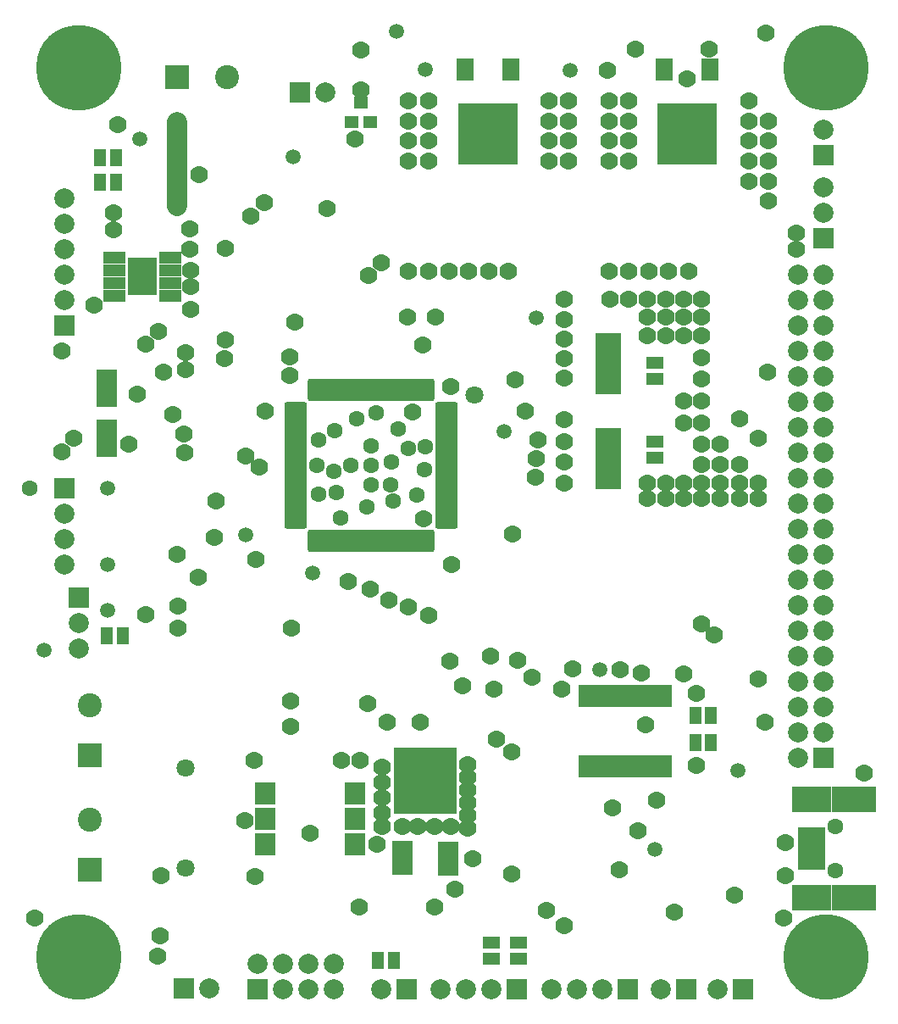
<source format=gts>
%FSLAX24Y24*%
%MOIN*%
G70*
G01*
G75*
G04 Layer_Color=8388736*
%ADD10C,0.0787*%
%ADD11R,0.0512X0.0709*%
%ADD12R,0.0709X0.0512*%
%ADD13R,0.0709X0.0866*%
%ADD14R,0.2362X0.2441*%
%ADD15R,0.0827X0.1457*%
%ADD16R,0.1146X0.1496*%
%ADD17R,0.0886X0.0453*%
%ADD18R,0.1575X0.1004*%
%ADD19R,0.1772X0.1004*%
%ADD20R,0.1083X0.0394*%
%ADD21R,0.0335X0.0886*%
%ADD22R,0.0551X0.0512*%
%ADD23R,0.0795X0.0898*%
%ADD24R,0.1024X0.2402*%
%ADD25R,0.2480X0.2638*%
%ADD26R,0.0827X0.1378*%
%ADD27O,0.0295X0.0906*%
%ADD28O,0.0906X0.0295*%
%ADD29C,0.0591*%
%ADD30R,0.0787X0.0787*%
%ADD31C,0.0787*%
%ADD32R,0.0787X0.0787*%
%ADD33C,0.0945*%
%ADD34R,0.0945X0.0945*%
%ADD35R,0.0945X0.0945*%
%ADD36C,0.0709*%
%ADD37C,0.3346*%
%ADD38C,0.0630*%
%ADD39C,0.0697*%
D10*
X26328Y65308D02*
X26331Y62001D01*
D11*
X46709Y41980D02*
D03*
X47339D02*
D03*
X24200Y45100D02*
D03*
X23570D02*
D03*
X34850Y32350D02*
D03*
X34220D02*
D03*
X23907Y63910D02*
D03*
X23277D02*
D03*
X23907Y62960D02*
D03*
X23277D02*
D03*
X46709Y40909D02*
D03*
X47339D02*
D03*
D12*
X45110Y52100D02*
D03*
Y52730D02*
D03*
Y55850D02*
D03*
Y55220D02*
D03*
X39750Y32400D02*
D03*
Y33030D02*
D03*
X38700Y32400D02*
D03*
Y33030D02*
D03*
D13*
X37650Y67371D02*
D03*
X39450D02*
D03*
X45478D02*
D03*
X47278D02*
D03*
D14*
X38550Y64829D02*
D03*
X46378D02*
D03*
D15*
X23550Y54850D02*
D03*
Y52881D02*
D03*
D16*
X24950Y59250D02*
D03*
D17*
X23840Y58480D02*
D03*
Y58980D02*
D03*
X26045Y58480D02*
D03*
Y58980D02*
D03*
Y59480D02*
D03*
Y59980D02*
D03*
X23840D02*
D03*
Y59480D02*
D03*
D18*
X51289Y38689D02*
D03*
Y34811D02*
D03*
D19*
X52963Y38689D02*
D03*
Y34811D02*
D03*
D20*
X51299Y37380D02*
D03*
Y37065D02*
D03*
Y36120D02*
D03*
Y36435D02*
D03*
Y36750D02*
D03*
D21*
X45613Y42750D02*
D03*
X45357D02*
D03*
X45101D02*
D03*
X44846D02*
D03*
X44590D02*
D03*
X44334D02*
D03*
X44078D02*
D03*
X42287D02*
D03*
X42542D02*
D03*
X42798D02*
D03*
X43054D02*
D03*
X43310D02*
D03*
X43566D02*
D03*
X43822D02*
D03*
X44078Y39972D02*
D03*
X44334D02*
D03*
X44590D02*
D03*
X44846D02*
D03*
X45101D02*
D03*
X45357D02*
D03*
X45614D02*
D03*
X42287D02*
D03*
X42542D02*
D03*
X42798D02*
D03*
X43054D02*
D03*
X43310D02*
D03*
X43566D02*
D03*
X43822D02*
D03*
D22*
X33176Y65326D02*
D03*
X33924D02*
D03*
X33550Y66074D02*
D03*
D23*
X33325Y36900D02*
D03*
X33325Y37900D02*
D03*
X33325Y38900D02*
D03*
X29775Y36900D02*
D03*
X29775Y37900D02*
D03*
X29775Y38900D02*
D03*
D24*
X43300Y52080D02*
D03*
Y55820D02*
D03*
D25*
X36100Y39400D02*
D03*
D26*
X35200Y36378D02*
D03*
X37000Y36353D02*
D03*
D27*
X36313Y54781D02*
D03*
X31589D02*
D03*
X31785D02*
D03*
X31982D02*
D03*
X32179D02*
D03*
X32376D02*
D03*
X32573D02*
D03*
X32770D02*
D03*
X32966D02*
D03*
X33163D02*
D03*
X33360D02*
D03*
X33557D02*
D03*
X33754D02*
D03*
X33951D02*
D03*
X34148D02*
D03*
X34344D02*
D03*
X34541D02*
D03*
X34738D02*
D03*
X34935D02*
D03*
X35132D02*
D03*
X35329D02*
D03*
X35526D02*
D03*
X35722D02*
D03*
X35919D02*
D03*
X36116D02*
D03*
X36313Y48836D02*
D03*
X36116D02*
D03*
X35919D02*
D03*
X35722D02*
D03*
X35526D02*
D03*
X35329D02*
D03*
X35132D02*
D03*
X34935D02*
D03*
X34738D02*
D03*
X34541D02*
D03*
X34344D02*
D03*
X34148D02*
D03*
X33951D02*
D03*
X33754D02*
D03*
X33557D02*
D03*
X33360D02*
D03*
X33163D02*
D03*
X32966D02*
D03*
X32770D02*
D03*
X32573D02*
D03*
X32376D02*
D03*
X32179D02*
D03*
X31982D02*
D03*
X31785D02*
D03*
X31589D02*
D03*
D28*
X30978Y49447D02*
D03*
Y49644D02*
D03*
Y49840D02*
D03*
Y50037D02*
D03*
Y50234D02*
D03*
Y50431D02*
D03*
Y50628D02*
D03*
Y50825D02*
D03*
Y51022D02*
D03*
Y51218D02*
D03*
Y51415D02*
D03*
Y51612D02*
D03*
Y51809D02*
D03*
Y52006D02*
D03*
Y52203D02*
D03*
Y52399D02*
D03*
Y52596D02*
D03*
Y52793D02*
D03*
Y52990D02*
D03*
Y53187D02*
D03*
Y53384D02*
D03*
Y53581D02*
D03*
Y53777D02*
D03*
Y53974D02*
D03*
Y54171D02*
D03*
X36923D02*
D03*
Y53974D02*
D03*
Y53777D02*
D03*
Y53581D02*
D03*
Y53384D02*
D03*
Y53187D02*
D03*
Y52990D02*
D03*
Y52793D02*
D03*
Y52596D02*
D03*
Y52399D02*
D03*
Y52203D02*
D03*
Y52006D02*
D03*
Y51809D02*
D03*
Y51612D02*
D03*
Y51415D02*
D03*
Y51218D02*
D03*
Y51022D02*
D03*
Y50825D02*
D03*
Y50628D02*
D03*
Y50431D02*
D03*
Y50234D02*
D03*
Y50037D02*
D03*
Y49840D02*
D03*
Y49644D02*
D03*
Y49447D02*
D03*
D29*
X24850Y64650D02*
D03*
X23600Y50900D02*
D03*
X36095Y67367D02*
D03*
X34961Y68861D02*
D03*
X41800Y67350D02*
D03*
X30900Y63950D02*
D03*
X23600Y47900D02*
D03*
Y46100D02*
D03*
X42965Y43783D02*
D03*
X40472Y57598D02*
D03*
X29030Y49085D02*
D03*
X48405Y39811D02*
D03*
X21100Y44550D02*
D03*
X31669Y47579D02*
D03*
X39185Y53150D02*
D03*
X45125Y36701D02*
D03*
D30*
X46350Y31200D02*
D03*
X48600D02*
D03*
X39700D02*
D03*
X44050D02*
D03*
X35351Y31208D02*
D03*
X29500Y31200D02*
D03*
X31156Y66490D02*
D03*
X26600Y31250D02*
D03*
D31*
X45350Y31200D02*
D03*
X21900Y49900D02*
D03*
Y48900D02*
D03*
Y47900D02*
D03*
X47600Y31200D02*
D03*
X50750Y59300D02*
D03*
X51750D02*
D03*
X50750Y58300D02*
D03*
X51750D02*
D03*
X50750Y57300D02*
D03*
X51750D02*
D03*
X50750Y56300D02*
D03*
X51750D02*
D03*
X50750Y55300D02*
D03*
X51750D02*
D03*
X50750Y54300D02*
D03*
X51750D02*
D03*
X50750Y53300D02*
D03*
X51750D02*
D03*
X50750Y52300D02*
D03*
X51750D02*
D03*
X50750Y51300D02*
D03*
X51750D02*
D03*
X50750Y50300D02*
D03*
X51750D02*
D03*
X50750Y49300D02*
D03*
X51750D02*
D03*
X50750Y48300D02*
D03*
X51750D02*
D03*
X50750Y47300D02*
D03*
X51750D02*
D03*
X50750Y46300D02*
D03*
X51750D02*
D03*
X50750Y45300D02*
D03*
X51750D02*
D03*
X50750Y44300D02*
D03*
X51750D02*
D03*
X50750Y43300D02*
D03*
X51750D02*
D03*
X50750Y42300D02*
D03*
X51750D02*
D03*
X50750Y41300D02*
D03*
X51750D02*
D03*
X50750Y40300D02*
D03*
X38700Y31200D02*
D03*
X37700D02*
D03*
X36700D02*
D03*
X43050D02*
D03*
X42050D02*
D03*
X41050D02*
D03*
X22450Y44600D02*
D03*
Y45600D02*
D03*
X51750Y62750D02*
D03*
Y61750D02*
D03*
X34351Y31208D02*
D03*
X32500Y32200D02*
D03*
Y31200D02*
D03*
X31500Y32200D02*
D03*
Y31200D02*
D03*
X30500Y32200D02*
D03*
Y31200D02*
D03*
X29500Y32200D02*
D03*
X32156Y66490D02*
D03*
X51750Y65000D02*
D03*
X27600Y31250D02*
D03*
X21900Y58300D02*
D03*
Y59300D02*
D03*
Y60300D02*
D03*
Y61300D02*
D03*
Y62300D02*
D03*
D32*
Y50900D02*
D03*
X51750Y40300D02*
D03*
X22450Y46600D02*
D03*
X51750Y60750D02*
D03*
Y64000D02*
D03*
X21900Y57300D02*
D03*
D33*
X22880Y42389D02*
D03*
Y37889D02*
D03*
X28289Y67070D02*
D03*
D34*
X22880Y40420D02*
D03*
Y35920D02*
D03*
D35*
X26320Y67070D02*
D03*
D36*
X26650Y39900D02*
D03*
Y35963D02*
D03*
X38030Y54590D02*
D03*
D37*
X51850Y32476D02*
D03*
X22450D02*
D03*
X51850Y67450D02*
D03*
X22450D02*
D03*
D38*
X31900Y52800D02*
D03*
X20513Y50900D02*
D03*
X32773Y49745D02*
D03*
X33780Y50190D02*
D03*
X36063Y51630D02*
D03*
X33380Y53640D02*
D03*
X32530Y53190D02*
D03*
X34154Y53868D02*
D03*
X35742Y50628D02*
D03*
X34730Y51040D02*
D03*
X34830Y50406D02*
D03*
X35430Y52490D02*
D03*
X35030Y53240D02*
D03*
X33948Y51043D02*
D03*
X33951Y52583D02*
D03*
X33166Y51809D02*
D03*
X31830Y51812D02*
D03*
X32580Y50740D02*
D03*
X32480Y51590D02*
D03*
X34760Y51929D02*
D03*
X31880Y50690D02*
D03*
X33951Y51809D02*
D03*
X36100Y52550D02*
D03*
X52215Y37616D02*
D03*
Y35884D02*
D03*
D39*
X26850Y59464D02*
D03*
Y57950D02*
D03*
Y58846D02*
D03*
X29217Y61607D02*
D03*
X27186Y63254D02*
D03*
X26820Y60313D02*
D03*
X48448Y50496D02*
D03*
X47698D02*
D03*
X46948D02*
D03*
X45559D02*
D03*
X44826D02*
D03*
X46248D02*
D03*
X49200D02*
D03*
X47452Y45142D02*
D03*
X46969Y45577D02*
D03*
X46250Y58350D02*
D03*
Y56900D02*
D03*
X46950Y57650D02*
D03*
Y56900D02*
D03*
X46250Y51106D02*
D03*
X46950Y56047D02*
D03*
X46250Y54341D02*
D03*
Y53488D02*
D03*
X21793Y56306D02*
D03*
X25080Y56582D02*
D03*
X23057Y58104D02*
D03*
X26330Y48298D02*
D03*
X40528Y52820D02*
D03*
X40456Y52074D02*
D03*
X36003Y56551D02*
D03*
X27868Y50402D02*
D03*
X40021Y53959D02*
D03*
X23996Y65196D02*
D03*
X20714Y34023D02*
D03*
X45900Y34250D02*
D03*
X48250Y34900D02*
D03*
X45200Y38650D02*
D03*
X44750Y41600D02*
D03*
X46750Y42850D02*
D03*
Y40000D02*
D03*
X44600Y43650D02*
D03*
X46250Y43600D02*
D03*
X33925Y46941D02*
D03*
X35409Y46240D02*
D03*
X43360Y58350D02*
D03*
X44827Y57650D02*
D03*
X44094Y58350D02*
D03*
X45560D02*
D03*
X44827Y51108D02*
D03*
X37100Y54900D02*
D03*
X35600Y53900D02*
D03*
X41560Y57550D02*
D03*
Y58350D02*
D03*
X32207Y61899D02*
D03*
X44827Y56900D02*
D03*
X41560Y56784D02*
D03*
X44827Y58350D02*
D03*
X41560Y55250D02*
D03*
Y56017D02*
D03*
Y51100D02*
D03*
Y52750D02*
D03*
Y53600D02*
D03*
X50260Y36976D02*
D03*
Y35677D02*
D03*
X40294Y43484D02*
D03*
X39721Y44138D02*
D03*
X34642Y46504D02*
D03*
X46950Y55194D02*
D03*
Y54341D02*
D03*
Y52635D02*
D03*
X45560Y57650D02*
D03*
Y56900D02*
D03*
Y51106D02*
D03*
X40421Y51327D02*
D03*
X41900Y43800D02*
D03*
X40850Y34300D02*
D03*
X25550Y32500D02*
D03*
X27789Y48961D02*
D03*
X29552Y51735D02*
D03*
X26630Y52318D02*
D03*
X31550Y37350D02*
D03*
X29400Y35650D02*
D03*
X30800Y41550D02*
D03*
Y42550D02*
D03*
X29000Y37850D02*
D03*
X27150Y47400D02*
D03*
X41560Y51950D02*
D03*
X41550Y33700D02*
D03*
X50200Y34000D02*
D03*
X44450Y37450D02*
D03*
X53350Y39700D02*
D03*
X37750Y40050D02*
D03*
Y39550D02*
D03*
Y39050D02*
D03*
Y38550D02*
D03*
X34400Y38750D02*
D03*
Y39350D02*
D03*
Y39950D02*
D03*
X36500Y57650D02*
D03*
X35400D02*
D03*
X25589Y57091D02*
D03*
X23838Y61734D02*
D03*
Y61077D02*
D03*
X44350Y68169D02*
D03*
X47264D02*
D03*
X49488Y68819D02*
D03*
X46378Y67000D02*
D03*
X25100Y45950D02*
D03*
X33566Y66581D02*
D03*
Y68153D02*
D03*
X46250Y57650D02*
D03*
X46950Y51106D02*
D03*
Y58350D02*
D03*
Y53488D02*
D03*
Y51850D02*
D03*
X47700Y52635D02*
D03*
Y51850D02*
D03*
Y51106D02*
D03*
X39621Y55180D02*
D03*
X36030Y49706D02*
D03*
X49461Y41712D02*
D03*
X25650Y33300D02*
D03*
X25700Y35661D02*
D03*
X38650Y44300D02*
D03*
X36229Y45894D02*
D03*
X37550Y43150D02*
D03*
X37050Y44100D02*
D03*
X37120Y47915D02*
D03*
X37750Y37550D02*
D03*
X34200Y36900D02*
D03*
X36450Y37600D02*
D03*
X35800D02*
D03*
X37750Y38050D02*
D03*
X37100Y37600D02*
D03*
X34400Y38150D02*
D03*
Y37600D02*
D03*
X35200D02*
D03*
X29436Y48126D02*
D03*
X43726Y35926D02*
D03*
X26364Y45423D02*
D03*
X39508Y49101D02*
D03*
X33333Y64652D02*
D03*
X29039Y52178D02*
D03*
X34344Y59775D02*
D03*
X33869Y59264D02*
D03*
X29759Y62156D02*
D03*
X26160Y53824D02*
D03*
X26595Y53030D02*
D03*
X24413Y52659D02*
D03*
X21793Y52331D02*
D03*
X22269Y52881D02*
D03*
X24770Y54616D02*
D03*
X48450Y53641D02*
D03*
X49566Y55476D02*
D03*
X49200Y51106D02*
D03*
X48450Y51850D02*
D03*
Y51106D02*
D03*
X49200Y52869D02*
D03*
X50700Y60950D02*
D03*
X43450Y38350D02*
D03*
X41450Y43000D02*
D03*
X39502Y35751D02*
D03*
Y40548D02*
D03*
X34600Y41700D02*
D03*
X33809Y42450D02*
D03*
X35900Y41700D02*
D03*
X29350Y40200D02*
D03*
X33516Y40194D02*
D03*
X32806Y40213D02*
D03*
X25783Y55482D02*
D03*
X30767Y56065D02*
D03*
X26650Y55573D02*
D03*
X26650Y56250D02*
D03*
X29783Y53959D02*
D03*
X30756Y55350D02*
D03*
X28204Y56018D02*
D03*
X30968Y57438D02*
D03*
X28236Y56755D02*
D03*
Y60340D02*
D03*
X26328Y65308D02*
D03*
X26820Y61115D02*
D03*
X26331Y62001D02*
D03*
X43752Y43791D02*
D03*
X50700Y60300D02*
D03*
X30836Y45423D02*
D03*
X33051Y47232D02*
D03*
X26362Y46291D02*
D03*
X35433Y66142D02*
D03*
Y65354D02*
D03*
Y64567D02*
D03*
Y63780D02*
D03*
X36220D02*
D03*
Y64575D02*
D03*
Y65354D02*
D03*
Y66142D02*
D03*
X40945D02*
D03*
X41732D02*
D03*
X40945Y65354D02*
D03*
X41732D02*
D03*
X40945Y64567D02*
D03*
X41732D02*
D03*
X40945Y63780D02*
D03*
X41732D02*
D03*
X43307Y66142D02*
D03*
Y65354D02*
D03*
Y64567D02*
D03*
Y63780D02*
D03*
X44094D02*
D03*
Y64567D02*
D03*
Y65354D02*
D03*
Y66142D02*
D03*
X48819D02*
D03*
Y65354D02*
D03*
X49606D02*
D03*
X48819Y64567D02*
D03*
X49606D02*
D03*
X48819Y63780D02*
D03*
X49606D02*
D03*
X48819Y62992D02*
D03*
X49606D02*
D03*
Y62205D02*
D03*
X35433Y59449D02*
D03*
X36220D02*
D03*
X37008D02*
D03*
X37795D02*
D03*
X38583D02*
D03*
X39370D02*
D03*
X43307D02*
D03*
X44094D02*
D03*
X44882D02*
D03*
X45669D02*
D03*
X46457D02*
D03*
X33500Y34450D02*
D03*
X36450D02*
D03*
X37250Y35150D02*
D03*
X38800Y43000D02*
D03*
X38900Y41050D02*
D03*
X49200Y43407D02*
D03*
X43250Y67350D02*
D03*
X37950Y36350D02*
D03*
M02*

</source>
